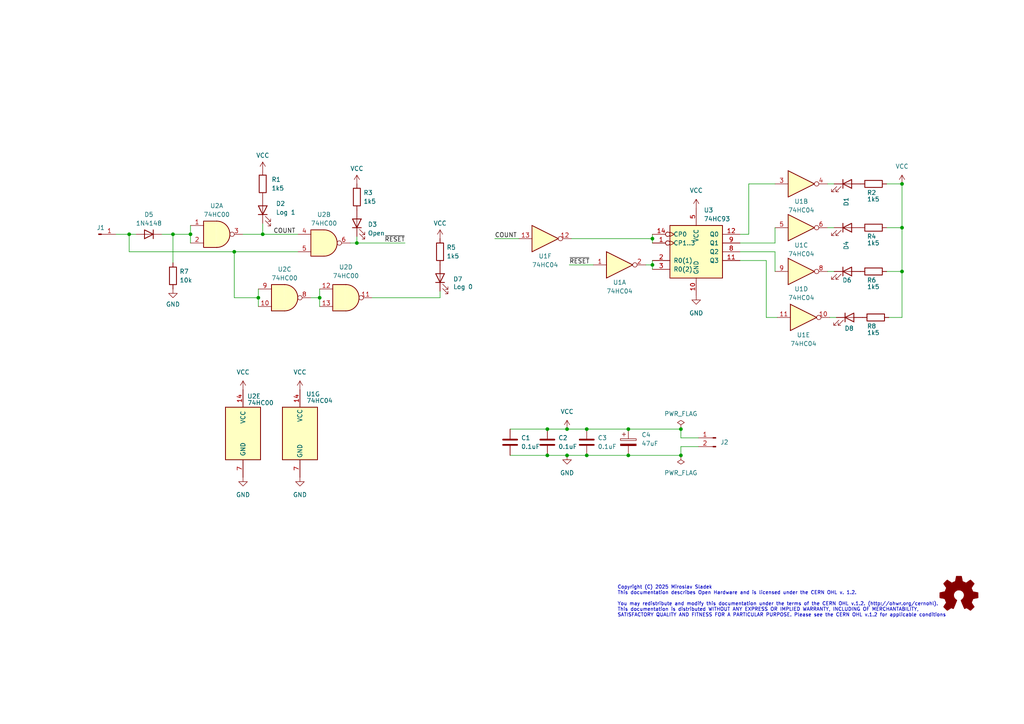
<source format=kicad_sch>
(kicad_sch (version 20230121) (generator eeschema)
  (paper "A4")
  (title_block (title "TTL logic probe with counter") (date "2025-04-21") (rev "2025.01"))
  (lib_symbols
    (symbol "74xx:74HC00" (pin_names (offset 1.016))
      (property "Reference" "U" (at 0 1.27 0))
      (property "Value" "74HC00" (at 0 -1.27 0))
      (symbol "74HC00_1_1"
        (arc (start 0 -3.81) (mid 3.7934 0) (end 0 3.81) (stroke (width 0.254)) (fill (type background)))
        (polyline (pts (xy 0 3.81) (xy -3.81 3.81) (xy -3.81 -3.81) (xy 0 -3.81)) (stroke (width 0.254)) (fill (type background)))
        (pin input line (at -7.62 2.54 0) (length 3.81) (name "~") (number "1"))
        (pin input line (at -7.62 -2.54 0) (length 3.81) (name "~") (number "2"))
        (pin output inverted (at 7.62 0 180) (length 3.81) (name "~") (number "3"))
      )
      (symbol "74HC00_1_2"
        (arc (start -3.81 -3.81) (mid -2.589 0) (end -3.81 3.81) (stroke (width 0.254)))
        (arc (start -0.6096 -3.81) (mid 2.1842 -2.5851) (end 3.81 0) (stroke (width 0.254)) (fill (type background)))
        (polyline (pts (xy -3.81 -3.81) (xy -0.635 -3.81)) (stroke (width 0.254)) (fill (type background)))
        (polyline (pts (xy -3.81 3.81) (xy -0.635 3.81)) (stroke (width 0.254)) (fill (type background)))
        (polyline (pts (xy -0.635 3.81) (xy -3.81 3.81) (xy -3.81 3.81) (xy -3.556 3.4036) (xy -3.0226 2.2606) (xy -2.6924 1.0414) (xy -2.6162 -0.254) (xy -2.7686 -1.4986) (xy -3.175 -2.7178) (xy -3.81 -3.81) (xy -3.81 -3.81) (xy -0.635 -3.81)) (stroke (width -25.4)) (fill (type background)))
        (arc (start 3.81 0) (mid 2.1915 2.5936) (end -0.6096 3.81) (stroke (width 0.254)) (fill (type background)))
        (pin input inverted (at -7.62 2.54 0) (length 4.318) (name "~") (number "1"))
        (pin input inverted (at -7.62 -2.54 0) (length 4.318) (name "~") (number "2"))
        (pin output line (at 7.62 0 180) (length 3.81) (name "~") (number "3"))
      )
      (symbol "74HC00_2_1"
        (arc (start 0 -3.81) (mid 3.7934 0) (end 0 3.81) (stroke (width 0.254)) (fill (type background)))
        (polyline (pts (xy 0 3.81) (xy -3.81 3.81) (xy -3.81 -3.81) (xy 0 -3.81)) (stroke (width 0.254)) (fill (type background)))
        (pin input line (at -7.62 2.54 0) (length 3.81) (name "~") (number "4"))
        (pin input line (at -7.62 -2.54 0) (length 3.81) (name "~") (number "5"))
        (pin output inverted (at 7.62 0 180) (length 3.81) (name "~") (number "6"))
      )
      (symbol "74HC00_2_2"
        (arc (start -3.81 -3.81) (mid -2.589 0) (end -3.81 3.81) (stroke (width 0.254)))
        (arc (start -0.6096 -3.81) (mid 2.1842 -2.5851) (end 3.81 0) (stroke (width 0.254)) (fill (type background)))
        (polyline (pts (xy -3.81 -3.81) (xy -0.635 -3.81)) (stroke (width 0.254)) (fill (type background)))
        (polyline (pts (xy -3.81 3.81) (xy -0.635 3.81)) (stroke (width 0.254)) (fill (type background)))
        (polyline (pts (xy -0.635 3.81) (xy -3.81 3.81) (xy -3.81 3.81) (xy -3.556 3.4036) (xy -3.0226 2.2606) (xy -2.6924 1.0414) (xy -2.6162 -0.254) (xy -2.7686 -1.4986) (xy -3.175 -2.7178) (xy -3.81 -3.81) (xy -3.81 -3.81) (xy -0.635 -3.81)) (stroke (width -25.4)) (fill (type background)))
        (arc (start 3.81 0) (mid 2.1915 2.5936) (end -0.6096 3.81) (stroke (width 0.254)) (fill (type background)))
        (pin input inverted (at -7.62 2.54 0) (length 4.318) (name "~") (number "4"))
        (pin input inverted (at -7.62 -2.54 0) (length 4.318) (name "~") (number "5"))
        (pin output line (at 7.62 0 180) (length 3.81) (name "~") (number "6"))
      )
      (symbol "74HC00_3_1"
        (arc (start 0 -3.81) (mid 3.7934 0) (end 0 3.81) (stroke (width 0.254)) (fill (type background)))
        (polyline (pts (xy 0 3.81) (xy -3.81 3.81) (xy -3.81 -3.81) (xy 0 -3.81)) (stroke (width 0.254)) (fill (type background)))
        (pin input line (at -7.62 -2.54 0) (length 3.81) (name "~") (number "10"))
        (pin output inverted (at 7.62 0 180) (length 3.81) (name "~") (number "8"))
        (pin input line (at -7.62 2.54 0) (length 3.81) (name "~") (number "9"))
      )
      (symbol "74HC00_3_2"
        (arc (start -3.81 -3.81) (mid -2.589 0) (end -3.81 3.81) (stroke (width 0.254)))
        (arc (start -0.6096 -3.81) (mid 2.1842 -2.5851) (end 3.81 0) (stroke (width 0.254)) (fill (type background)))
        (polyline (pts (xy -3.81 -3.81) (xy -0.635 -3.81)) (stroke (width 0.254)) (fill (type background)))
        (polyline (pts (xy -3.81 3.81) (xy -0.635 3.81)) (stroke (width 0.254)) (fill (type background)))
        (polyline (pts (xy -0.635 3.81) (xy -3.81 3.81) (xy -3.81 3.81) (xy -3.556 3.4036) (xy -3.0226 2.2606) (xy -2.6924 1.0414) (xy -2.6162 -0.254) (xy -2.7686 -1.4986) (xy -3.175 -2.7178) (xy -3.81 -3.81) (xy -3.81 -3.81) (xy -0.635 -3.81)) (stroke (width -25.4)) (fill (type background)))
        (arc (start 3.81 0) (mid 2.1915 2.5936) (end -0.6096 3.81) (stroke (width 0.254)) (fill (type background)))
        (pin input inverted (at -7.62 -2.54 0) (length 4.318) (name "~") (number "10"))
        (pin output line (at 7.62 0 180) (length 3.81) (name "~") (number "8"))
        (pin input inverted (at -7.62 2.54 0) (length 4.318) (name "~") (number "9"))
      )
      (symbol "74HC00_4_1"
        (arc (start 0 -3.81) (mid 3.7934 0) (end 0 3.81) (stroke (width 0.254)) (fill (type background)))
        (polyline (pts (xy 0 3.81) (xy -3.81 3.81) (xy -3.81 -3.81) (xy 0 -3.81)) (stroke (width 0.254)) (fill (type background)))
        (pin output inverted (at 7.62 0 180) (length 3.81) (name "~") (number "11"))
        (pin input line (at -7.62 2.54 0) (length 3.81) (name "~") (number "12"))
        (pin input line (at -7.62 -2.54 0) (length 3.81) (name "~") (number "13"))
      )
      (symbol "74HC00_4_2"
        (arc (start -3.81 -3.81) (mid -2.589 0) (end -3.81 3.81) (stroke (width 0.254)))
        (arc (start -0.6096 -3.81) (mid 2.1842 -2.5851) (end 3.81 0) (stroke (width 0.254)) (fill (type background)))
        (polyline (pts (xy -3.81 -3.81) (xy -0.635 -3.81)) (stroke (width 0.254)) (fill (type background)))
        (polyline (pts (xy -3.81 3.81) (xy -0.635 3.81)) (stroke (width 0.254)) (fill (type background)))
        (polyline (pts (xy -0.635 3.81) (xy -3.81 3.81) (xy -3.81 3.81) (xy -3.556 3.4036) (xy -3.0226 2.2606) (xy -2.6924 1.0414) (xy -2.6162 -0.254) (xy -2.7686 -1.4986) (xy -3.175 -2.7178) (xy -3.81 -3.81) (xy -3.81 -3.81) (xy -0.635 -3.81)) (stroke (width -25.4)) (fill (type background)))
        (arc (start 3.81 0) (mid 2.1915 2.5936) (end -0.6096 3.81) (stroke (width 0.254)) (fill (type background)))
        (pin output line (at 7.62 0 180) (length 3.81) (name "~") (number "11"))
        (pin input inverted (at -7.62 2.54 0) (length 4.318) (name "~") (number "12"))
        (pin input inverted (at -7.62 -2.54 0) (length 4.318) (name "~") (number "13"))
      )
      (symbol "74HC00_5_0"
        (pin power_in line (at 0 12.7 270) (length 5.08) (name "VCC") (number "14"))
        (pin power_in line (at 0 -12.7 90) (length 5.08) (name "GND") (number "7"))
      )
      (symbol "74HC00_5_1"
        (rectangle (start -5.08 7.62) (end 5.08 -7.62) (stroke (width 0.254)) (fill (type background)))
      )
    )
    (symbol "74xx:74HC04"
      (property "Reference" "U" (at 0 1.27 0))
      (property "Value" "74HC04" (at 0 -1.27 0))
      (symbol "74HC04_1_0"
        (polyline (pts (xy -3.81 3.81) (xy -3.81 -3.81) (xy 3.81 0) (xy -3.81 3.81)) (stroke (width 0.254)) (fill (type background)))
        (pin input line (at -7.62 0 0) (length 3.81) (name "~") (number "1"))
        (pin output inverted (at 7.62 0 180) (length 3.81) (name "~") (number "2"))
      )
      (symbol "74HC04_2_0"
        (polyline (pts (xy -3.81 3.81) (xy -3.81 -3.81) (xy 3.81 0) (xy -3.81 3.81)) (stroke (width 0.254)) (fill (type background)))
        (pin input line (at -7.62 0 0) (length 3.81) (name "~") (number "3"))
        (pin output inverted (at 7.62 0 180) (length 3.81) (name "~") (number "4"))
      )
      (symbol "74HC04_3_0"
        (polyline (pts (xy -3.81 3.81) (xy -3.81 -3.81) (xy 3.81 0) (xy -3.81 3.81)) (stroke (width 0.254)) (fill (type background)))
        (pin input line (at -7.62 0 0) (length 3.81) (name "~") (number "5"))
        (pin output inverted (at 7.62 0 180) (length 3.81) (name "~") (number "6"))
      )
      (symbol "74HC04_4_0"
        (polyline (pts (xy -3.81 3.81) (xy -3.81 -3.81) (xy 3.81 0) (xy -3.81 3.81)) (stroke (width 0.254)) (fill (type background)))
        (pin output inverted (at 7.62 0 180) (length 3.81) (name "~") (number "8"))
        (pin input line (at -7.62 0 0) (length 3.81) (name "~") (number "9"))
      )
      (symbol "74HC04_5_0"
        (polyline (pts (xy -3.81 3.81) (xy -3.81 -3.81) (xy 3.81 0) (xy -3.81 3.81)) (stroke (width 0.254)) (fill (type background)))
        (pin output inverted (at 7.62 0 180) (length 3.81) (name "~") (number "10"))
        (pin input line (at -7.62 0 0) (length 3.81) (name "~") (number "11"))
      )
      (symbol "74HC04_6_0"
        (polyline (pts (xy -3.81 3.81) (xy -3.81 -3.81) (xy 3.81 0) (xy -3.81 3.81)) (stroke (width 0.254)) (fill (type background)))
        (pin output inverted (at 7.62 0 180) (length 3.81) (name "~") (number "12"))
        (pin input line (at -7.62 0 0) (length 3.81) (name "~") (number "13"))
      )
      (symbol "74HC04_7_0"
        (pin power_in line (at 0 12.7 270) (length 5.08) (name "VCC") (number "14"))
        (pin power_in line (at 0 -12.7 90) (length 5.08) (name "GND") (number "7"))
      )
      (symbol "74HC04_7_1"
        (rectangle (start -5.08 7.62) (end 5.08 -7.62) (stroke (width 0.254)) (fill (type background)))
      )
    )
    (symbol "74xx:74LS93" (pin_names (offset 1.016))
      (property "Reference" "U" (at -7.62 8.89 0))
      (property "Value" "74LS93" (at -7.62 -8.89 0))
      (symbol "74LS93_1_0"
        (pin input inverted_clock (at -12.7 2.54 0) (length 5.08) (name "CP1..3") (number "1"))
        (pin power_in line (at 0 -12.7 90) (length 5.08) (name "GND") (number "10"))
        (pin output line (at 12.7 -2.54 180) (length 5.08) (name "Q3") (number "11"))
        (pin output line (at 12.7 5.08 180) (length 5.08) (name "Q0") (number "12"))
        (pin input inverted_clock (at -12.7 5.08 0) (length 5.08) (name "CP0") (number "14"))
        (pin input line (at -12.7 -2.54 0) (length 5.08) (name "R0(1)") (number "2"))
        (pin input line (at -12.7 -5.08 0) (length 5.08) (name "R0(2)") (number "3"))
        (pin power_in line (at 0 12.7 270) (length 5.08) (name "VCC") (number "5"))
        (pin output line (at 12.7 0 180) (length 5.08) (name "Q2") (number "8"))
        (pin output line (at 12.7 2.54 180) (length 5.08) (name "Q1") (number "9"))
      )
      (symbol "74LS93_1_1"
        (rectangle (start -7.62 7.62) (end 7.62 -7.62) (stroke (width 0.254)) (fill (type background)))
      )
    )
    (symbol "Connector:Conn_01x01_Pin" (pin_names (offset 1.016) hide)
      (property "Reference" "J" (at 0 2.54 0))
      (property "Value" "Conn_01x01_Pin" (at 0 -2.54 0))
      (symbol "Conn_01x01_Pin_1_1"
        (polyline (pts (xy 1.27 0) (xy 0.8636 0)) (stroke (width 0.1524)))
        (rectangle (start 0.8636 0.127) (end 0 -0.127) (stroke (width 0.1524)) (fill (type outline)))
        (pin passive line (at 5.08 0 180) (length 3.81) (name "Pin_1") (number "1"))
      )
    )
    (symbol "Connector:Conn_01x02_Pin" (pin_names (offset 1.016) hide)
      (property "Reference" "J" (at 0 2.54 0))
      (property "Value" "Conn_01x02_Pin" (at 0 -5.08 0))
      (symbol "Conn_01x02_Pin_1_1"
        (polyline (pts (xy 1.27 -2.54) (xy 0.8636 -2.54)) (stroke (width 0.1524)))
        (polyline (pts (xy 1.27 0) (xy 0.8636 0)) (stroke (width 0.1524)))
        (rectangle (start 0.8636 -2.413) (end 0 -2.667) (stroke (width 0.1524)) (fill (type outline)))
        (rectangle (start 0.8636 0.127) (end 0 -0.127) (stroke (width 0.1524)) (fill (type outline)))
        (pin passive line (at 5.08 0 180) (length 3.81) (name "Pin_1") (number "1"))
        (pin passive line (at 5.08 -2.54 180) (length 3.81) (name "Pin_2") (number "2"))
      )
    )
    (symbol "Device:C" (pin_numbers hide) (pin_names (offset 0.254))
      (property "Reference" "C" (at 0.635 2.54 0))
      (property "Value" "C" (at 0.635 -2.54 0))
      (symbol "C_0_1"
        (polyline (pts (xy -2.032 -0.762) (xy 2.032 -0.762)) (stroke (width 0.508)))
        (polyline (pts (xy -2.032 0.762) (xy 2.032 0.762)) (stroke (width 0.508)))
      )
      (symbol "C_1_1"
        (pin passive line (at 0 3.81 270) (length 2.794) (name "~") (number "1"))
        (pin passive line (at 0 -3.81 90) (length 2.794) (name "~") (number "2"))
      )
    )
    (symbol "Device:C_Polarized" (pin_numbers hide) (pin_names (offset 0.254))
      (property "Reference" "C" (at 0.635 2.54 0))
      (property "Value" "C_Polarized" (at 0.635 -2.54 0))
      (symbol "C_Polarized_0_1"
        (rectangle (start -2.286 0.508) (end 2.286 1.016))
        (polyline (pts (xy -1.778 2.286) (xy -0.762 2.286)))
        (polyline (pts (xy -1.27 2.794) (xy -1.27 1.778)))
        (rectangle (start 2.286 -0.508) (end -2.286 -1.016) (fill (type outline)))
      )
      (symbol "C_Polarized_1_1"
        (pin passive line (at 0 3.81 270) (length 2.794) (name "~") (number "1"))
        (pin passive line (at 0 -3.81 90) (length 2.794) (name "~") (number "2"))
      )
    )
    (symbol "Device:LED" (pin_numbers hide) (pin_names (offset 1.016) hide)
      (property "Reference" "D" (at 0 2.54 0))
      (property "Value" "LED" (at 0 -2.54 0))
      (symbol "LED_0_1"
        (polyline (pts (xy -1.27 -1.27) (xy -1.27 1.27)) (stroke (width 0.254)))
        (polyline (pts (xy -1.27 0) (xy 1.27 0)))
        (polyline (pts (xy 1.27 -1.27) (xy 1.27 1.27) (xy -1.27 0) (xy 1.27 -1.27)) (stroke (width 0.254)))
        (polyline (pts (xy -3.048 -0.762) (xy -4.572 -2.286) (xy -3.81 -2.286) (xy -4.572 -2.286) (xy -4.572 -1.524)))
        (polyline (pts (xy -1.778 -0.762) (xy -3.302 -2.286) (xy -2.54 -2.286) (xy -3.302 -2.286) (xy -3.302 -1.524)))
      )
      (symbol "LED_1_1"
        (pin passive line (at -3.81 0 0) (length 2.54) (name "K") (number "1"))
        (pin passive line (at 3.81 0 180) (length 2.54) (name "A") (number "2"))
      )
    )
    (symbol "Device:R" (pin_numbers hide) (pin_names (offset 0))
      (property "Reference" "R" (at 2.032 0 90))
      (property "Value" "R" (at 0 0 90))
      (symbol "R_0_1"
        (rectangle (start -1.016 -2.54) (end 1.016 2.54) (stroke (width 0.254)))
      )
      (symbol "R_1_1"
        (pin passive line (at 0 3.81 270) (length 1.27) (name "~") (number "1"))
        (pin passive line (at 0 -3.81 90) (length 1.27) (name "~") (number "2"))
      )
    )
    (symbol "Diode:1N4148" (pin_numbers hide) (pin_names hide)
      (property "Reference" "D" (at 0 2.54 0))
      (property "Value" "1N4148" (at 0 -2.54 0))
      (symbol "1N4148_0_1"
        (polyline (pts (xy -1.27 1.27) (xy -1.27 -1.27)) (stroke (width 0.254)))
        (polyline (pts (xy 1.27 0) (xy -1.27 0)))
        (polyline (pts (xy 1.27 1.27) (xy 1.27 -1.27) (xy -1.27 0) (xy 1.27 1.27)) (stroke (width 0.254)))
      )
      (symbol "1N4148_1_1"
        (pin passive line (at -3.81 0 0) (length 2.54) (name "K") (number "1"))
        (pin passive line (at 3.81 0 180) (length 2.54) (name "A") (number "2"))
      )
    )
    (symbol "Graphic:Logo_Open_Hardware_Small" (in_bom no) (on_board no)
      (symbol "Logo_Open_Hardware_Small_0_1"
        (polyline (pts (xy 3.3528 -4.3434) (xy 3.302 -4.318) (xy 3.175 -4.2418) (xy 2.9972 -4.1148) (xy 2.7686 -3.9624) (xy 2.54 -3.81) (xy 2.3622 -3.7084) (xy 2.2352 -3.6068) (xy 2.1844 -3.5814) (xy 2.159 -3.6068) (xy 2.0574 -3.6576) (xy 1.905 -3.7338) (xy 1.8034 -3.7846) (xy 1.6764 -3.8354) (xy 1.6002 -3.8354) (xy 1.6002 -3.8354) (xy 1.5494 -3.7338) (xy 1.4732 -3.5306) (xy 1.3462 -3.302) (xy 1.2446 -3.0226) (xy 1.1176 -2.7178) (xy 0.9652 -2.413) (xy 0.8636 -2.1082) (xy 0.7366 -1.8288) (xy 0.6604 -1.6256) (xy 0.6096 -1.4732) (xy 0.5842 -1.397) (xy 0.5842 -1.397) (xy 0.6604 -1.3208) (xy 0.7874 -1.2446) (xy 1.0414 -1.016) (xy 1.2954 -0.6858) (xy 1.4478 -0.3302) (xy 1.524 0.0762) (xy 1.4732 0.4572) (xy 1.3208 0.8128) (xy 1.0668 1.143) (xy 0.762 1.3716) (xy 0.4064 1.524) (xy 0 1.5748) (xy -0.381 1.5494) (xy -0.7366 1.397) (xy -1.0668 1.143) (xy -1.2192 0.9906) (xy -1.397 0.6604) (xy -1.524 0.3048) (xy -1.524 0.2286) (xy -1.4986 -0.1778) (xy -1.397 -0.5334) (xy -1.1938 -0.8636) (xy -0.9144 -1.143) (xy -0.8636 -1.1684) (xy -0.7366 -1.27) (xy -0.635 -1.3462) (xy -0.5842 -1.397) (xy -1.0668 -2.5908) (xy -1.143 -2.794) (xy -1.2954 -3.1242) (xy -1.397 -3.4036) (xy -1.4986 -3.6322) (xy -1.5748 -3.7846) (xy -1.6002 -3.8354) (xy -1.6002 -3.8354) (xy -1.651 -3.8354) (xy -1.7272 -3.81) (xy -1.905 -3.7338) (xy -2.0066 -3.683) (xy -2.1336 -3.6068) (xy -2.2098 -3.5814) (xy -2.2606 -3.6068) (xy -2.3622 -3.683) (xy -2.54 -3.81) (xy -2.7686 -3.9624) (xy -2.9718 -4.0894) (xy -3.1496 -4.2164) (xy -3.302 -4.318) (xy -3.3528 -4.3434) (xy -3.3782 -4.3434) (xy -3.429 -4.318) (xy -3.5306 -4.2164) (xy -3.7084 -4.064) (xy -3.937 -3.8354) (xy -3.9624 -3.81) (xy -4.1656 -3.6068) (xy -4.318 -3.4544) (xy -4.4196 -3.3274) (xy -4.445 -3.2766) (xy -4.445 -3.2766) (xy -4.4196 -3.2258) (xy -4.318 -3.0734) (xy -4.2164 -2.8956) (xy -4.064 -2.667) (xy -3.6576 -2.0828) (xy -3.8862 -1.5494) (xy -3.937 -1.3716) (xy -4.0386 -1.1684) (xy -4.0894 -1.0414) (xy -4.1148 -0.9652) (xy -4.191 -0.9398) (xy -4.318 -0.9144) (xy -4.5466 -0.8636) (xy -4.8006 -0.8128) (xy -5.0546 -0.7874) (xy -5.2578 -0.7366) (xy -5.4356 -0.7112) (xy -5.5118 -0.6858) (xy -5.5118 -0.6858) (xy -5.5372 -0.635) (xy -5.5372 -0.5588) (xy -5.5372 -0.4318) (xy -5.5626 -0.2286) (xy -5.5626 0.0762) (xy -5.5626 0.127) (xy -5.5372 0.4064) (xy -5.5372 0.635) (xy -5.5372 0.762) (xy -5.5372 0.8382) (xy -5.5372 0.8382) (xy -5.461 0.8382) (xy -5.3086 0.889) (xy -5.08 0.9144) (xy -4.826 0.9652) (xy -4.8006 0.9906) (xy -4.5466 1.0414) (xy -4.318 1.0668) (xy -4.1656 1.1176) (xy -4.0894 1.143) (xy -4.0894 1.143) (xy -4.0386 1.2446) (xy -3.9624 1.4224) (xy -3.8608 1.6256) (xy -3.7846 1.8288) (xy -3.7084 2.0066) (xy -3.6576 2.159) (xy -3.6322 2.2098) (xy -3.6322 2.2098) (xy -3.683 2.286) (xy -3.7592 2.413) (xy -3.8862 2.5908) (xy -4.064 2.8194) (xy -4.064 2.8448) (xy -4.2164 3.0734) (xy -4.3434 3.2512) (xy -4.4196 3.3782) (xy -4.445 3.4544) (xy -4.445 3.4544) (xy -4.3942 3.5052) (xy -4.2926 3.6322) (xy -4.1148 3.81) (xy -3.937 4.0132) (xy -3.8608 4.064) (xy -3.6576 4.2926) (xy -3.5052 4.4196) (xy -3.4036 4.4958) (xy -3.3528 4.5212) (xy -3.3528 4.5212) (xy -3.302 4.4704) (xy -3.1496 4.3688) (xy -2.9718 4.2418) (xy -2.7432 4.0894) (xy -2.7178 4.0894) (xy -2.4892 3.937) (xy -2.3114 3.81) (xy -2.1844 3.7084) (xy -2.1336 3.683) (xy -2.1082 3.683) (xy -2.032 3.7084) (xy -1.8542 3.7592) (xy -1.6764 3.8354) (xy -1.4732 3.937) (xy -1.27 4.0132) (xy -1.143 4.064) (xy -1.0668 4.1148) (xy -1.0668 4.1148) (xy -1.0414 4.191) (xy -1.016 4.3434) (xy -0.9652 4.572) (xy -0.9144 4.8514) (xy -0.889 4.9022) (xy -0.8382 5.1562) (xy -0.8128 5.3848) (xy -0.7874 5.5372) (xy -0.762 5.588) (xy -0.7112 5.6134) (xy -0.5842 5.6134) (xy -0.4064 5.6134) (xy -0.1524 5.6134) (xy 0.0762 5.6134) (xy 0.3302 5.6134) (xy 0.5334 5.6134) (xy 0.6858 5.588) (xy 0.7366 5.588) (xy 0.7366 5.588) (xy 0.762 5.5118) (xy 0.8128 5.334) (xy 0.8382 5.1054) (xy 0.9144 4.826) (xy 0.9144 4.7752) (xy 0.9652 4.5212) (xy 1.016 4.2926) (xy 1.0414 4.1402) (xy 1.0668 4.0894) (xy 1.0668 4.0894) (xy 1.1938 4.0386) (xy 1.3716 3.9624) (xy 1.5748 3.8608) (xy 2.0828 3.6576) (xy 2.7178 4.0894) (xy 2.7686 4.1402) (xy 2.9972 4.2926) (xy 3.175 4.4196) (xy 3.302 4.4958) (xy 3.3782 4.5212) (xy 3.3782 4.5212) (xy 3.429 4.4704) (xy 3.556 4.3434) (xy 3.7338 4.191) (xy 3.9116 3.9878) (xy 4.064 3.8354) (xy 4.2418 3.6576) (xy 4.3434 3.556) (xy 4.4196 3.4798) (xy 4.4196 3.429) (xy 4.4196 3.4036) (xy 4.3942 3.3274) (xy 4.2926 3.2004) (xy 4.1656 2.9972) (xy 4.0132 2.794) (xy 3.8862 2.5908) (xy 3.7592 2.3876) (xy 3.6576 2.2352) (xy 3.6322 2.159) (xy 3.6322 2.1336) (xy 3.683 2.0066) (xy 3.7592 1.8288) (xy 3.8608 1.6002) (xy 4.064 1.1176) (xy 4.3942 1.0414) (xy 4.5974 1.016) (xy 4.8768 0.9652) (xy 5.1308 0.9144) (xy 5.5372 0.8382) (xy 5.5626 -0.6604) (xy 5.4864 -0.6858) (xy 5.4356 -0.6858) (xy 5.2832 -0.7366) (xy 5.0546 -0.762) (xy 4.8006 -0.8128) (xy 4.5974 -0.8636) (xy 4.3688 -0.9144) (xy 4.2164 -0.9398) (xy 4.1402 -0.9398) (xy 4.1148 -0.9652) (xy 4.064 -1.0668) (xy 3.9878 -1.2446) (xy 3.9116 -1.4478) (xy 3.81 -1.651) (xy 3.7338 -1.8542) (xy 3.683 -2.0066) (xy 3.6576 -2.0828) (xy 3.683 -2.1336) (xy 3.7846 -2.2606) (xy 3.8862 -2.4638) (xy 4.0386 -2.667) (xy 4.191 -2.8956) (xy 4.318 -3.0734) (xy 4.3942 -3.2004) (xy 4.445 -3.2766) (xy 4.4196 -3.3274) (xy 4.3434 -3.429) (xy 4.1656 -3.5814) (xy 3.937 -3.8354) (xy 3.8862 -3.8608) (xy 3.683 -4.064) (xy 3.5306 -4.2164) (xy 3.4036 -4.318) (xy 3.3528 -4.3434)) (fill (type outline)))
      )
    )
    (symbol "power:GND" (power) (pin_names (offset 0))
      (property "Value" "GND" (at 0 -3.81 0))
      (symbol "GND_0_1"
        (polyline (pts (xy 0 0) (xy 0 -1.27) (xy 1.27 -1.27) (xy 0 -2.54) (xy -1.27 -1.27) (xy 0 -1.27)))
      )
      (symbol "GND_1_1"
        (pin power_in line (at 0 0 270) (length 0) hide (name "GND") (number "1"))
      )
    )
    (symbol "power:PWR_FLAG" (power) (pin_numbers hide) (pin_names (offset 0) hide)
      (property "Value" "PWR_FLAG" (at 0 3.81 0))
      (symbol "PWR_FLAG_0_0"
        (pin power_out line (at 0 0 90) (length 0) (name "pwr") (number "1"))
      )
      (symbol "PWR_FLAG_0_1"
        (polyline (pts (xy 0 0) (xy 0 1.27) (xy -1.016 1.905) (xy 0 2.54) (xy 1.016 1.905) (xy 0 1.27)))
      )
    )
    (symbol "power:VCC" (power) (pin_names (offset 0))
      (property "Value" "VCC" (at 0 3.81 0))
      (symbol "VCC_0_1"
        (polyline (pts (xy -0.762 1.27) (xy 0 2.54)))
        (polyline (pts (xy 0 0) (xy 0 2.54)))
        (polyline (pts (xy 0 2.54) (xy 0.762 1.27)))
      )
      (symbol "VCC_1_1"
        (pin power_in line (at 0 0 90) (length 0) hide (name "VCC") (number "1"))
      )
    )
  )
  (junction (at 170.18 124.46))
  (junction (at 55.245 67.945))
  (junction (at 164.465 124.46))
  (junction (at 261.62 78.74))
  (junction (at 50.165 67.945))
  (junction (at 103.505 70.485))
  (junction (at 261.62 53.34))
  (junction (at 164.465 132.08))
  (junction (at 261.62 66.04))
  (junction (at 182.245 132.08))
  (junction (at 197.485 132.08))
  (junction (at 170.18 132.08))
  (junction (at 182.245 124.46))
  (junction (at 158.75 132.08))
  (junction (at 76.2 67.945))
  (junction (at 74.93 86.36))
  (junction (at 189.23 76.835))
  (junction (at 158.75 124.46))
  (junction (at 189.23 69.215))
  (junction (at 92.71 86.36))
  (junction (at 197.485 124.46))
  (junction (at 67.945 73.025))
  (junction (at 37.465 67.945))
  (wire (pts (xy 197.485 129.54) (xy 202.565 129.54)))
  (wire (pts (xy 74.93 86.36) (xy 74.93 88.9)))
  (wire (pts (xy 74.93 86.36) (xy 67.945 86.36)))
  (wire (pts (xy 261.62 53.34) (xy 261.62 66.04)))
  (wire (pts (xy 189.23 75.565) (xy 189.23 76.835)))
  (wire (pts (xy 257.175 78.74) (xy 261.62 78.74)))
  (wire (pts (xy 182.245 132.08) (xy 197.485 132.08)))
  (wire (pts (xy 70.485 67.945) (xy 76.2 67.945)))
  (wire (pts (xy 170.18 132.08) (xy 182.245 132.08)))
  (wire (pts (xy 224.79 70.485) (xy 224.79 66.04)))
  (wire (pts (xy 143.51 69.215) (xy 150.495 69.215)))
  (wire (pts (xy 182.245 124.46) (xy 197.485 124.46)))
  (wire (pts (xy 222.25 92.075) (xy 225.425 92.075)))
  (wire (pts (xy 241.935 53.34) (xy 240.03 53.34)))
  (wire (pts (xy 92.71 86.36) (xy 92.71 88.9)))
  (wire (pts (xy 107.95 86.36) (xy 127.635 86.36)))
  (wire (pts (xy 50.165 76.2) (xy 50.165 67.945)))
  (wire (pts (xy 165.735 69.215) (xy 189.23 69.215)))
  (wire (pts (xy 197.485 132.08) (xy 197.485 129.54)))
  (wire (pts (xy 165.1 76.835) (xy 172.085 76.835)))
  (wire (pts (xy 222.25 75.565) (xy 222.25 92.075)))
  (wire (pts (xy 158.75 132.08) (xy 164.465 132.08)))
  (wire (pts (xy 170.18 124.46) (xy 182.245 124.46)))
  (wire (pts (xy 214.63 73.025) (xy 224.79 73.025)))
  (wire (pts (xy 90.17 86.36) (xy 92.71 86.36)))
  (wire (pts (xy 164.465 124.46) (xy 170.18 124.46)))
  (wire (pts (xy 217.17 53.34) (xy 217.17 67.945)))
  (wire (pts (xy 189.23 67.945) (xy 189.23 69.215)))
  (wire (pts (xy 241.935 66.04) (xy 240.03 66.04)))
  (wire (pts (xy 147.955 132.08) (xy 158.75 132.08)))
  (wire (pts (xy 92.71 83.82) (xy 92.71 86.36)))
  (wire (pts (xy 55.245 65.405) (xy 55.245 67.945)))
  (wire (pts (xy 189.23 76.835) (xy 189.23 78.105)))
  (wire (pts (xy 217.17 67.945) (xy 214.63 67.945)))
  (wire (pts (xy 261.62 53.34) (xy 257.175 53.34)))
  (wire (pts (xy 197.485 124.46) (xy 197.485 127)))
  (wire (pts (xy 147.955 124.46) (xy 158.75 124.46)))
  (wire (pts (xy 76.2 64.77) (xy 76.2 67.945)))
  (wire (pts (xy 187.325 76.835) (xy 189.23 76.835)))
  (wire (pts (xy 242.57 92.075) (xy 240.665 92.075)))
  (wire (pts (xy 50.165 67.945) (xy 55.245 67.945)))
  (wire (pts (xy 241.935 78.74) (xy 240.03 78.74)))
  (wire (pts (xy 55.245 67.945) (xy 55.245 70.485)))
  (wire (pts (xy 37.465 67.945) (xy 39.37 67.945)))
  (wire (pts (xy 261.62 66.04) (xy 261.62 78.74)))
  (wire (pts (xy 74.93 83.82) (xy 74.93 86.36)))
  (wire (pts (xy 103.505 68.58) (xy 103.505 70.485)))
  (wire (pts (xy 197.485 127) (xy 202.565 127)))
  (wire (pts (xy 189.23 69.215) (xy 189.23 70.485)))
  (wire (pts (xy 33.655 67.945) (xy 37.465 67.945)))
  (wire (pts (xy 214.63 75.565) (xy 222.25 75.565)))
  (wire (pts (xy 37.465 67.945) (xy 37.465 73.025)))
  (wire (pts (xy 164.465 132.08) (xy 170.18 132.08)))
  (wire (pts (xy 224.79 53.34) (xy 217.17 53.34)))
  (wire (pts (xy 103.505 70.485) (xy 101.6 70.485)))
  (wire (pts (xy 103.505 70.485) (xy 117.475 70.485)))
  (wire (pts (xy 261.62 92.075) (xy 261.62 78.74)))
  (wire (pts (xy 86.36 67.945) (xy 76.2 67.945)))
  (wire (pts (xy 224.79 73.025) (xy 224.79 78.74)))
  (wire (pts (xy 158.75 124.46) (xy 164.465 124.46)))
  (wire (pts (xy 37.465 73.025) (xy 67.945 73.025)))
  (wire (pts (xy 257.175 66.04) (xy 261.62 66.04)))
  (wire (pts (xy 214.63 70.485) (xy 224.79 70.485)))
  (wire (pts (xy 127.635 84.455) (xy 127.635 86.36)))
  (wire (pts (xy 67.945 73.025) (xy 86.36 73.025)))
  (wire (pts (xy 67.945 86.36) (xy 67.945 73.025)))
  (wire (pts (xy 257.81 92.075) (xy 261.62 92.075)))
  (wire (pts (xy 46.99 67.945) (xy 50.165 67.945)))
  (text "Copyright (C) 2025 Miroslav Sladek\nThis documentation describes Open Hardware and is licensed under the CERN OHL v. 1.2.\n\nYou may redistribute and modify this documentation under the terms of the CERN OHL v.1.2. (http://ohwr.org/cernohl).\nThis documentation is distributed WITHOUT ANY EXPRESS OR IMPLIED WARRANTY, INCLUDING OF MERCHANTABILITY,\nSATISFACTORY QUALITY AND FITNESS FOR A PARTICULAR PURPOSE. Please see the CERN OHL v.1.2 for applicable conditions" (at 179.07 179.07 0) (effects (font (size 1 1)) (justify left bottom)))
  (label "COUNT" (at 85.725 67.945 180))
  (label "COUNT" (at 143.51 69.215 0))
  (label "~{RESET}" (at 117.475 70.485 180))
  (label "~{RESET}" (at 165.1 76.835 0))
  (symbol (lib_id "74xx:74HC00") (at 93.98 70.485 0) (unit 2)
    (property "Reference" "U2" (at 93.9717 62.23 0))
    (property "Value" "74HC00" (at 93.9717 64.77 0))
    (property "Footprint" "Package_DIP:DIP-14_W7.62mm" (effects hide))
    (property "Datasheet" "http://www.ti.com/lit/gpn/sn74hc00" (effects hide))
    (property "Mfr. No" "74HC00" (effects hide))
  )
  (symbol (lib_id "74xx:74HC00") (at 100.33 86.36 0) (unit 4)
    (property "Reference" "U2" (at 100.3217 77.47 0))
    (property "Value" "74HC00" (at 100.3217 80.01 0))
    (property "Footprint" "Package_DIP:DIP-14_W7.62mm" (effects hide))
    (property "Datasheet" "http://www.ti.com/lit/gpn/sn74hc00" (effects hide))
    (property "Mfr. No" "74HC00" (effects hide))
  )
  (symbol (lib_id "Connector:Conn_01x02_Pin") (at 207.645 127 0) (mirror y) (unit 1)
    (property "Reference" "J2" (at 208.915 128.27 0) (effects (justify right)))
    (property "Value" "Conn_01x02_Pin" (effects hide))
    (property "Footprint" "Connector_PinHeader_2.54mm:PinHeader_1x02_P2.54mm_Horizontal" (effects hide))
    (property "Mfr. No" "Molex 22-28-8024" (effects hide))
  )
  (symbol (lib_id "74xx:74HC00") (at 70.485 125.73 0) (unit 5)
    (property "Reference" "U2" (at 73.66 114.935 0))
    (property "Value" "74HC00" (at 75.565 116.84 0))
    (property "Footprint" "Package_DIP:DIP-14_W7.62mm" (effects hide))
    (property "Datasheet" "http://www.ti.com/lit/gpn/sn74hc00" (effects hide))
    (property "Mfr. No" "74HC00" (effects hide))
  )
  (symbol (lib_id "74xx:74HC04") (at 86.995 125.73 0) (unit 7)
    (property "Reference" "U1" (at 90.805 114.3 0))
    (property "Value" "74HC04" (at 92.71 116.205 0))
    (property "Footprint" "Package_DIP:DIP-14_W7.62mm" (effects hide))
    (property "Datasheet" "https://assets.nexperia.com/documents/data-sheet/74HC_HCT04.pdf" (effects hide))
    (property "Mfr. No" "74HC04" (effects hide))
  )
  (symbol (lib_id "Device:R") (at 76.2 53.34 0) (unit 1)
    (property "Reference" "R1" (at 78.74 52.07 0) (effects (justify left)))
    (property "Value" "1k5" (at 78.74 54.61 0) (effects (justify left)))
    (property "Footprint" "Resistor_THT:R_Axial_DIN0204_L3.6mm_D1.6mm_P7.62mm_Horizontal" (effects hide))
    (property "Mfr. No" "CF18JT1K50" (effects hide))
  )
  (symbol (lib_id "Device:R") (at 127.635 73.025 0) (unit 1)
    (property "Reference" "R5" (at 129.54 71.755 0) (effects (justify left)))
    (property "Value" "1k5" (at 129.54 74.295 0) (effects (justify left)))
    (property "Footprint" "Resistor_THT:R_Axial_DIN0204_L3.6mm_D1.6mm_P7.62mm_Horizontal" (effects hide))
    (property "Mfr. No" "CF18JT1K50" (effects hide))
  )
  (symbol (lib_id "74xx:74HC04") (at 179.705 76.835 0) (unit 1)
    (property "Reference" "U1" (at 179.705 81.915 0))
    (property "Value" "74HC04" (at 179.705 84.455 0))
    (property "Footprint" "Package_DIP:DIP-14_W7.62mm" (effects hide))
    (property "Datasheet" "https://assets.nexperia.com/documents/data-sheet/74HC_HCT04.pdf" (effects hide))
    (property "Mfr. No" "74HC04" (effects hide))
  )
  (symbol (lib_id "Device:LED") (at 127.635 80.645 90) (unit 1)
    (property "Reference" "D7" (at 131.445 80.9625 90) (effects (justify right)))
    (property "Value" "Log 0 " (at 131.445 83.185 90) (effects (justify right)))
    (property "Footprint" "LED_THT:LED_D3.0mm" (effects hide))
    (property "Mfr. No" "3RDL-S" (effects hide))
  )
  (symbol (lib_id "Device:R") (at 50.165 80.01 180) (unit 1)
    (property "Reference" "R7" (at 52.07 78.74 0) (effects (justify right)))
    (property "Value" "10k" (at 52.07 81.28 0) (effects (justify right)))
    (property "Footprint" "Resistor_THT:R_Axial_DIN0204_L3.6mm_D1.6mm_P7.62mm_Horizontal" (effects hide))
    (property "Mfr. No" "CF18JT10K0" (effects hide))
  )
  (symbol (lib_id "Device:LED") (at 103.505 64.77 90) (unit 1)
    (property "Reference" "D3" (at 106.68 65.0875 90) (effects (justify right)))
    (property "Value" "Open" (at 106.68 67.6275 90) (effects (justify right)))
    (property "Footprint" "LED_THT:LED_D3.0mm" (effects hide))
    (property "Mfr. No" "3YDL-S" (effects hide))
  )
  (symbol (lib_id "Device:LED") (at 245.745 53.34 0) (unit 1)
    (property "Reference" "D1" (at 245.4275 57.15 90) (effects (justify right)))
    (property "Value" "1" (effects hide))
    (property "Footprint" "LED_THT:LED_D3.0mm" (effects hide))
    (property "Mfr. No" "3RDL-S" (effects hide))
  )
  (symbol (lib_id "Device:LED") (at 245.745 78.74 0) (unit 1)
    (property "Reference" "D6" (at 247.015 81.28 0) (effects (justify right)))
    (property "Value" "4" (effects hide))
    (property "Footprint" "LED_THT:LED_D3.0mm" (effects hide))
    (property "Mfr. No" "3RDL-S" (effects hide))
  )
  (symbol (lib_id "Graphic:Logo_Open_Hardware_Small") (at 278.13 172.72 0) (unit 1) (in_bom no) (on_board no)
    (property "Reference" "#SYM1" (effects hide))
    (property "Value" "Logo_Open_Hardware_Small" (effects hide))
    (property "Sim.Enable" "0" (effects hide))
  )
  (symbol (lib_id "74xx:74HC04") (at 233.045 92.075 0) (unit 5)
    (property "Reference" "U1" (at 233.045 97.155 0))
    (property "Value" "74HC04" (at 233.045 99.695 0))
    (property "Footprint" "Package_DIP:DIP-14_W7.62mm" (effects hide))
    (property "Datasheet" "https://assets.nexperia.com/documents/data-sheet/74HC_HCT04.pdf" (effects hide))
    (property "Mfr. No" "74HC04" (effects hide))
  )
  (symbol (lib_id "power:VCC") (at 164.465 124.46 0) (unit 1)
    (property "Reference" "#PWR09" (effects hide))
    (property "Value" "VCC" (at 164.465 119.38 0))
  )
  (symbol (lib_id "power:GND") (at 50.165 83.82 0) (unit 1)
    (property "Reference" "#PWR01" (effects hide))
    (property "Value" "GND" (at 50.165 88.265 0))
  )
  (symbol (lib_id "Device:LED") (at 246.38 92.075 0) (unit 1)
    (property "Reference" "D8" (at 247.65 95.25 0) (effects (justify right)))
    (property "Value" "8" (effects hide))
    (property "Footprint" "LED_THT:LED_D3.0mm" (effects hide))
    (property "Mfr. No" "3RDL-S" (effects hide))
  )
  (symbol (lib_id "power:VCC") (at 76.2 49.53 0) (unit 1)
    (property "Reference" "#PWR02" (effects hide))
    (property "Value" "VCC" (at 76.2 45.085 0))
  )
  (symbol (lib_id "power:PWR_FLAG") (at 197.485 124.46 0) (unit 1)
    (property "Reference" "#FLG01" (effects hide))
    (property "Value" "PWR_FLAG" (at 197.485 120.015 0))
  )
  (symbol (lib_id "Device:R") (at 254 92.075 270) (unit 1)
    (property "Reference" "R8" (at 251.46 94.615 90) (effects (justify left)))
    (property "Value" "1k5" (at 251.46 96.52 90) (effects (justify left)))
    (property "Footprint" "Resistor_THT:R_Axial_DIN0204_L3.6mm_D1.6mm_P7.62mm_Horizontal" (effects hide))
    (property "Mfr. No" "CF18JT1K50" (effects hide))
  )
  (symbol (lib_id "power:VCC") (at 86.995 113.03 0) (unit 1)
    (property "Reference" "#PWR012" (effects hide))
    (property "Value" "VCC" (at 86.995 107.95 0))
  )
  (symbol (lib_id "Device:LED") (at 245.745 66.04 0) (unit 1)
    (property "Reference" "D4" (at 245.4275 69.85 90) (effects (justify right)))
    (property "Value" "2" (effects hide))
    (property "Footprint" "LED_THT:LED_D3.0mm" (effects hide))
    (property "Mfr. No" "3RDL-S" (effects hide))
  )
  (symbol (lib_id "74xx:74HC00") (at 62.865 67.945 0) (unit 1)
    (property "Reference" "U2" (at 62.8567 59.69 0))
    (property "Value" "74HC00" (at 62.8567 62.23 0))
    (property "Footprint" "Package_DIP:DIP-14_W7.62mm" (effects hide))
    (property "Datasheet" "http://www.ti.com/lit/gpn/sn74hc00" (effects hide))
    (property "Mfr. No" "74HC00" (effects hide))
  )
  (symbol (lib_id "74xx:74LS93") (at 201.93 73.025 0) (unit 1)
    (property "Reference" "U3" (at 204.1241 60.96 0) (effects (justify left)))
    (property "Value" "74HC93" (at 204.1241 63.5 0) (effects (justify left)))
    (property "Footprint" "Package_DIP:DIP-14_W7.62mm" (effects hide))
    (property "Datasheet" "http://www.ti.com/lit/gpn/sn74LS93" (effects hide))
    (property "Mfr. No" "CD74H93" (effects hide))
  )
  (symbol (lib_id "power:VCC") (at 127.635 69.215 0) (unit 1)
    (property "Reference" "#PWR04" (effects hide))
    (property "Value" "VCC" (at 127.635 64.77 0))
  )
  (symbol (lib_id "power:GND") (at 70.485 138.43 0) (unit 1)
    (property "Reference" "#PWR013" (effects hide))
    (property "Value" "GND" (at 70.485 143.51 0))
  )
  (symbol (lib_id "74xx:74HC04") (at 158.115 69.215 0) (unit 6)
    (property "Reference" "U1" (at 158.115 74.295 0))
    (property "Value" "74HC04" (at 158.115 76.835 0))
    (property "Footprint" "Package_DIP:DIP-14_W7.62mm" (effects hide))
    (property "Datasheet" "https://assets.nexperia.com/documents/data-sheet/74HC_HCT04.pdf" (effects hide))
    (property "Mfr. No" "74HC04" (effects hide))
  )
  (symbol (lib_id "power:GND") (at 86.995 138.43 0) (unit 1)
    (property "Reference" "#PWR014" (effects hide))
    (property "Value" "GND" (at 86.995 143.51 0))
  )
  (symbol (lib_id "74xx:74HC04") (at 232.41 78.74 0) (unit 4)
    (property "Reference" "U1" (at 232.41 83.82 0))
    (property "Value" "74HC04" (at 232.41 86.36 0))
    (property "Footprint" "Package_DIP:DIP-14_W7.62mm" (effects hide))
    (property "Datasheet" "https://assets.nexperia.com/documents/data-sheet/74HC_HCT04.pdf" (effects hide))
    (property "Mfr. No" "74HC04" (effects hide))
  )
  (symbol (lib_id "power:GND") (at 164.465 132.08 0) (unit 1)
    (property "Reference" "#PWR08" (effects hide))
    (property "Value" "GND" (at 164.465 137.16 0))
  )
  (symbol (lib_id "Connector:Conn_01x01_Pin") (at 28.575 67.945 0) (unit 1)
    (property "Reference" "J1" (at 29.21 66.04 0))
    (property "Value" "Conn_01x01_Pin" (effects hide))
    (property "Footprint" "Connector_PinHeader_2.54mm:PinHeader_1x01_P2.54mm_Horizontal" (effects hide))
  )
  (symbol (lib_id "power:VCC") (at 261.62 53.34 0) (unit 1)
    (property "Reference" "#PWR07" (effects hide))
    (property "Value" "VCC" (at 261.62 48.26 0))
  )
  (symbol (lib_id "Device:R") (at 103.505 57.15 0) (unit 1)
    (property "Reference" "R3" (at 105.41 55.88 0) (effects (justify left)))
    (property "Value" "1k5" (at 105.41 58.42 0) (effects (justify left)))
    (property "Footprint" "Resistor_THT:R_Axial_DIN0204_L3.6mm_D1.6mm_P7.62mm_Horizontal" (effects hide))
    (property "Mfr. No" "CF18JT1K50" (effects hide))
  )
  (symbol (lib_id "power:GND") (at 201.93 85.725 0) (unit 1)
    (property "Reference" "#PWR05" (effects hide))
    (property "Value" "GND" (at 201.93 90.805 0))
  )
  (symbol (lib_id "Device:C") (at 147.955 128.27 0) (unit 1)
    (property "Reference" "C1" (at 151.13 127 0) (effects (justify left)))
    (property "Value" "0.1uF" (at 151.13 129.54 0) (effects (justify left)))
    (property "Footprint" "Capacitor_THT:C_Disc_D4.3mm_W1.9mm_P5.00mm" (effects hide))
    (property "Mfr. No" "SR215E104MAR" (effects hide))
  )
  (symbol (lib_id "Device:R") (at 253.365 66.04 270) (unit 1)
    (property "Reference" "R4" (at 251.46 68.58 90) (effects (justify left)))
    (property "Value" "1k5" (at 251.46 70.485 90) (effects (justify left)))
    (property "Footprint" "Resistor_THT:R_Axial_DIN0204_L3.6mm_D1.6mm_P7.62mm_Horizontal" (effects hide))
    (property "Mfr. No" "CF18JT1K50" (effects hide))
  )
  (symbol (lib_id "Device:R") (at 253.365 78.74 270) (unit 1)
    (property "Reference" "R6" (at 251.46 81.28 90) (effects (justify left)))
    (property "Value" "1k5" (at 251.46 83.185 90) (effects (justify left)))
    (property "Footprint" "Resistor_THT:R_Axial_DIN0204_L3.6mm_D1.6mm_P7.62mm_Horizontal" (effects hide))
    (property "Mfr. No" "CF18JT1K50" (effects hide))
  )
  (symbol (lib_id "Device:C_Polarized") (at 182.245 128.27 0) (unit 1)
    (property "Reference" "C4" (at 186.055 126.111 0) (effects (justify left)))
    (property "Value" "47uF" (at 186.055 128.651 0) (effects (justify left)))
    (property "Footprint" "Capacitor_THT:CP_Radial_D5.0mm_P2.00mm" (effects hide))
    (property "Mfr. No" "MAL214256479E3" (effects hide))
  )
  (symbol (lib_id "Device:C") (at 170.18 128.27 0) (unit 1)
    (property "Reference" "C3" (at 173.355 127 0) (effects (justify left)))
    (property "Value" "0.1uF" (at 173.355 129.54 0) (effects (justify left)))
    (property "Footprint" "Capacitor_THT:C_Disc_D4.3mm_W1.9mm_P5.00mm" (effects hide))
    (property "Mfr. No" "SR215E104MAR" (effects hide))
  )
  (symbol (lib_id "Device:R") (at 253.365 53.34 270) (unit 1)
    (property "Reference" "R2" (at 251.46 55.88 90) (effects (justify left)))
    (property "Value" "1k5" (at 251.46 57.785 90) (effects (justify left)))
    (property "Footprint" "Resistor_THT:R_Axial_DIN0204_L3.6mm_D1.6mm_P7.62mm_Horizontal" (effects hide))
    (property "Mfr. No" "CF18JT1K50" (effects hide))
  )
  (symbol (lib_id "power:PWR_FLAG") (at 197.485 132.08 180) (unit 1)
    (property "Reference" "#FLG02" (effects hide))
    (property "Value" "PWR_FLAG" (at 197.485 137.16 0))
  )
  (symbol (lib_id "power:VCC") (at 201.93 60.325 0) (unit 1)
    (property "Reference" "#PWR06" (effects hide))
    (property "Value" "VCC" (at 201.93 55.245 0))
  )
  (symbol (lib_id "74xx:74HC00") (at 82.55 86.36 0) (unit 3)
    (property "Reference" "U2" (at 82.5417 78.105 0))
    (property "Value" "74HC00" (at 82.5417 80.645 0))
    (property "Footprint" "Package_DIP:DIP-14_W7.62mm" (effects hide))
    (property "Datasheet" "http://www.ti.com/lit/gpn/sn74hc00" (effects hide))
    (property "Mfr. No" "74HC00" (effects hide))
  )
  (symbol (lib_id "Diode:1N4148") (at 43.18 67.945 180) (unit 1)
    (property "Reference" "D5" (at 43.18 62.23 0))
    (property "Value" "1N4148" (at 43.18 64.77 0))
    (property "Footprint" "Diode_THT:D_DO-35_SOD27_P7.62mm_Horizontal" (effects hide))
    (property "Datasheet" "https://assets.nexperia.com/documents/data-sheet/1N4148_1N4448.pdf" (effects hide))
    (property "Sim.Device" "D" (effects hide))
    (property "Sim.Pins" "1=K 2=A" (effects hide))
    (property "Mfr. No" "1N4148" (effects hide))
  )
  (symbol (lib_id "Device:C") (at 158.75 128.27 0) (unit 1)
    (property "Reference" "C2" (at 161.925 127 0) (effects (justify left)))
    (property "Value" "0.1uF" (at 161.925 129.54 0) (effects (justify left)))
    (property "Footprint" "Capacitor_THT:C_Disc_D4.3mm_W1.9mm_P5.00mm" (effects hide))
    (property "Mfr. No" "SR215E104MAR" (effects hide))
  )
  (symbol (lib_id "Device:LED") (at 76.2 60.96 90) (unit 1)
    (property "Reference" "D2" (at 80.01 59.055 90) (effects (justify right)))
    (property "Value" "Log 1" (at 80.01 61.595 90) (effects (justify right)))
    (property "Footprint" "LED_THT:LED_D3.0mm" (effects hide))
    (property "Mfr. No" "3GDL-S" (effects hide))
  )
  (symbol (lib_id "power:VCC") (at 103.505 53.34 0) (unit 1)
    (property "Reference" "#PWR03" (effects hide))
    (property "Value" "VCC" (at 103.505 48.895 0))
  )
  (symbol (lib_id "power:VCC") (at 70.485 113.03 0) (unit 1)
    (property "Reference" "#PWR011" (effects hide))
    (property "Value" "VCC" (at 70.485 107.95 0))
  )
  (symbol (lib_id "74xx:74HC04") (at 232.41 66.04 0) (unit 3)
    (property "Reference" "U1" (at 232.41 71.12 0))
    (property "Value" "74HC04" (at 232.41 73.66 0))
    (property "Footprint" "Package_DIP:DIP-14_W7.62mm" (effects hide))
    (property "Datasheet" "https://assets.nexperia.com/documents/data-sheet/74HC_HCT04.pdf" (effects hide))
    (property "Mfr. No" "74HC04" (effects hide))
  )
  (symbol (lib_id "74xx:74HC04") (at 232.41 53.34 0) (unit 2)
    (property "Reference" "U1" (at 232.41 58.42 0))
    (property "Value" "74HC04" (at 232.41 60.96 0))
    (property "Footprint" "Package_DIP:DIP-14_W7.62mm" (effects hide))
    (property "Datasheet" "https://assets.nexperia.com/documents/data-sheet/74HC_HCT04.pdf" (effects hide))
    (property "Mfr. No" "74HC04" (effects hide))
  )
)
</source>
